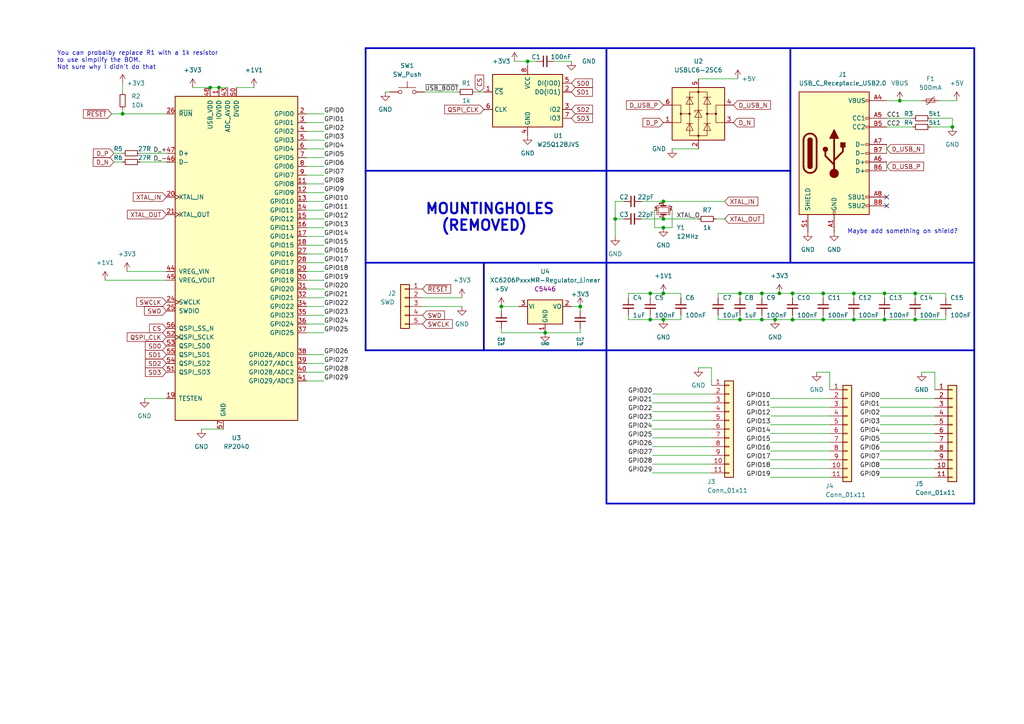
<source format=kicad_sch>
(kicad_sch (version 20211123) (generator eeschema)
  (paper "A4")
  (title_block (title "RP2040 - Design Guide") (date "2021-12-07") (rev "0.1") (company "Sleepdealer"))
  (lib_symbols
    (symbol "Connector:USB_C_Receptacle_USB2.0" (pin_names (offset 1.016))
      (property "Reference" "J" (at -10.16 19.05 0))
      (property "Value" "USB_C_Receptacle_USB2.0" (at 19.05 19.05 0))
      (symbol "USB_C_Receptacle_USB2.0_1_1"
        (pin passive line (at 0 -22.86 90) (length 5.08) (name "GND") (number "A1"))
        (pin passive line (at 0 -22.86 90) (length 5.08) hide (name "GND") (number "A12"))
        (pin passive line (at 15.24 15.24 180) (length 5.08) (name "VBUS") (number "A4"))
        (pin bidirectional line (at 15.24 10.16 180) (length 5.08) (name "CC1") (number "A5"))
        (pin bidirectional line (at 15.24 -2.54 180) (length 5.08) (name "D+") (number "A6"))
        (pin bidirectional line (at 15.24 2.54 180) (length 5.08) (name "D-") (number "A7"))
        (pin bidirectional line (at 15.24 -12.7 180) (length 5.08) (name "SBU1") (number "A8"))
        (pin passive line (at 15.24 15.24 180) (length 5.08) hide (name "VBUS") (number "A9"))
        (pin passive line (at 0 -22.86 90) (length 5.08) hide (name "GND") (number "B1"))
        (pin passive line (at 0 -22.86 90) (length 5.08) hide (name "GND") (number "B12"))
        (pin passive line (at 15.24 15.24 180) (length 5.08) hide (name "VBUS") (number "B4"))
        (pin bidirectional line (at 15.24 7.62 180) (length 5.08) (name "CC2") (number "B5"))
        (pin bidirectional line (at 15.24 -5.08 180) (length 5.08) (name "D+") (number "B6"))
        (pin bidirectional line (at 15.24 0 180) (length 5.08) (name "D-") (number "B7"))
        (pin bidirectional line (at 15.24 -15.24 180) (length 5.08) (name "SBU2") (number "B8"))
        (pin passive line (at 15.24 15.24 180) (length 5.08) hide (name "VBUS") (number "B9"))
        (pin passive line (at -7.62 -22.86 90) (length 5.08) (name "SHIELD") (number "S1"))
      )
    )
    (symbol "Connector_Generic:Conn_01x05" (pin_names (offset 1.016) hide)
      (property "Reference" "J" (at 0 7.62 0))
      (property "Value" "Conn_01x05" (at 0 -7.62 0))
      (symbol "Conn_01x05_1_1"
        (pin passive line (at -5.08 5.08 0) (length 3.81) (name "Pin_1") (number "1"))
        (pin passive line (at -5.08 2.54 0) (length 3.81) (name "Pin_2") (number "2"))
        (pin passive line (at -5.08 0 0) (length 3.81) (name "Pin_3") (number "3"))
        (pin passive line (at -5.08 -2.54 0) (length 3.81) (name "Pin_4") (number "4"))
        (pin passive line (at -5.08 -5.08 0) (length 3.81) (name "Pin_5") (number "5"))
      )
    )
    (symbol "Connector_Generic:Conn_01x11" (pin_names (offset 1.016) hide)
      (property "Reference" "J" (at 0 15.24 0))
      (property "Value" "Conn_01x11" (at 0 -15.24 0))
      (symbol "Conn_01x11_1_1"
        (pin passive line (at -5.08 12.7 0) (length 3.81) (name "Pin_1") (number "1"))
        (pin passive line (at -5.08 -10.16 0) (length 3.81) (name "Pin_10") (number "10"))
        (pin passive line (at -5.08 -12.7 0) (length 3.81) (name "Pin_11") (number "11"))
        (pin passive line (at -5.08 10.16 0) (length 3.81) (name "Pin_2") (number "2"))
        (pin passive line (at -5.08 7.62 0) (length 3.81) (name "Pin_3") (number "3"))
        (pin passive line (at -5.08 5.08 0) (length 3.81) (name "Pin_4") (number "4"))
        (pin passive line (at -5.08 2.54 0) (length 3.81) (name "Pin_5") (number "5"))
        (pin passive line (at -5.08 0 0) (length 3.81) (name "Pin_6") (number "6"))
        (pin passive line (at -5.08 -2.54 0) (length 3.81) (name "Pin_7") (number "7"))
        (pin passive line (at -5.08 -5.08 0) (length 3.81) (name "Pin_8") (number "8"))
        (pin passive line (at -5.08 -7.62 0) (length 3.81) (name "Pin_9") (number "9"))
      )
    )
    (symbol "Device:C_Small" (pin_numbers hide) (pin_names (offset 0.254) hide)
      (property "Reference" "C" (at 0.254 1.778 0))
      (property "Value" "C_Small" (at 0.254 -2.032 0))
      (symbol "C_Small_1_1"
        (pin passive line (at 0 2.54 270) (length 2.032) (name "~") (number "1"))
        (pin passive line (at 0 -2.54 90) (length 2.032) (name "~") (number "2"))
      )
    )
    (symbol "Device:Crystal_GND24_Small" (pin_names (offset 1.016) hide)
      (property "Reference" "Y" (at 1.27 4.445 0))
      (property "Value" "Crystal_GND24_Small" (at 1.27 2.54 0))
      (symbol "Crystal_GND24_Small_1_1"
        (pin passive line (at -2.54 0 0) (length 1.27) (name "1") (number "1"))
        (pin passive line (at 0 -2.54 90) (length 0.635) (name "2") (number "2"))
        (pin passive line (at 2.54 0 180) (length 1.27) (name "3") (number "3"))
        (pin passive line (at 0 2.54 270) (length 0.635) (name "4") (number "4"))
      )
    )
    (symbol "Device:Polyfuse_Small" (pin_numbers hide) (pin_names (offset 0))
      (property "Reference" "F" (at -1.905 0 90))
      (property "Value" "Polyfuse_Small" (at 1.905 0 90))
      (symbol "Polyfuse_Small_1_1"
        (pin passive line (at 0 2.54 270) (length 0.635) (name "~") (number "1"))
        (pin passive line (at 0 -2.54 90) (length 0.635) (name "~") (number "2"))
      )
    )
    (symbol "Device:R_Small" (pin_numbers hide) (pin_names (offset 0.254) hide)
      (property "Reference" "R" (at 0.762 0.508 0))
      (property "Value" "R_Small" (at 0.762 -1.016 0))
      (symbol "R_Small_1_1"
        (pin passive line (at 0 2.54 270) (length 0.762) (name "~") (number "1"))
        (pin passive line (at 0 -2.54 90) (length 0.762) (name "~") (number "2"))
      )
    )
    (symbol "Memory_Flash:W25Q128JVS"
      (property "Reference" "U" (at -8.89 8.89 0))
      (property "Value" "W25Q128JVS" (at 7.62 8.89 0))
      (symbol "W25Q128JVS_1_1"
        (pin input line (at -12.7 2.54 0) (length 2.54) (name "~{CS}") (number "1"))
        (pin bidirectional line (at 12.7 2.54 180) (length 2.54) (name "DO(IO1)") (number "2"))
        (pin bidirectional line (at 12.7 -2.54 180) (length 2.54) (name "IO2") (number "3"))
        (pin power_in line (at 0 -10.16 90) (length 2.54) (name "GND") (number "4"))
        (pin bidirectional line (at 12.7 5.08 180) (length 2.54) (name "DI(IO0)") (number "5"))
        (pin input line (at -12.7 -2.54 0) (length 2.54) (name "CLK") (number "6"))
        (pin bidirectional line (at 12.7 -5.08 180) (length 2.54) (name "IO3") (number "7"))
        (pin power_in line (at 0 10.16 270) (length 2.54) (name "VCC") (number "8"))
      )
    )
    (symbol "Power_Protection:USBLC6-2SC6" (pin_names hide)
      (property "Reference" "U" (at 2.54 8.89 0))
      (property "Value" "USBLC6-2SC6" (at 2.54 -8.89 0))
      (symbol "USBLC6-2SC6_1_1"
        (pin passive line (at -10.16 -2.54 0) (length 2.54) (name "I/O1") (number "1"))
        (pin passive line (at 0 -10.16 90) (length 2.54) (name "GND") (number "2"))
        (pin passive line (at 10.16 -2.54 180) (length 2.54) (name "I/O2") (number "3"))
        (pin passive line (at 10.16 2.54 180) (length 2.54) (name "I/O2") (number "4"))
        (pin passive line (at 0 10.16 270) (length 2.54) (name "VBUS") (number "5"))
        (pin passive line (at -10.16 2.54 0) (length 2.54) (name "I/O1") (number "6"))
      )
    )
    (symbol "Sleep-lib:RP2040" (pin_names (offset 1.016))
      (property "Reference" "U" (at 8.89 51.435 0))
      (property "Value" "RP2040" (at 8.89 48.895 0))
      (symbol "RP2040_1_1"
        (pin power_in line (at -5.08 50.8 270) (length 2.54) (name "IOVDD") (number "1"))
        (pin power_in line (at -5.08 50.8 270) (length 2.54) hide (name "IOVDD") (number "10"))
        (pin input line (at 20.32 22.86 180) (length 2.54) (name "GPIO8") (number "11"))
        (pin input line (at 20.32 20.32 180) (length 2.54) (name "GPIO9") (number "12"))
        (pin input line (at 20.32 17.78 180) (length 2.54) (name "GPIO10") (number "13"))
        (pin input line (at 20.32 15.24 180) (length 2.54) (name "GPIO11") (number "14"))
        (pin input line (at 20.32 12.7 180) (length 2.54) (name "GPIO12") (number "15"))
        (pin input line (at 20.32 10.16 180) (length 2.54) (name "GPIO13") (number "16"))
        (pin input line (at 20.32 7.62 180) (length 2.54) (name "GPIO14") (number "17"))
        (pin input line (at 20.32 5.08 180) (length 2.54) (name "GPIO15") (number "18"))
        (pin input line (at -20.32 -39.37 0) (length 2.54) (name "TESTEN") (number "19"))
        (pin input line (at 20.32 43.18 180) (length 2.54) (name "GPIO0") (number "2"))
        (pin input clock (at -20.32 19.05 0) (length 2.54) (name "XTAL_IN") (number "20"))
        (pin input clock (at -20.32 13.97 0) (length 2.54) (name "XTAL_OUT") (number "21"))
        (pin power_in line (at -5.08 50.8 270) (length 2.54) hide (name "IOVDD") (number "22"))
        (pin power_in line (at 0 50.8 270) (length 2.54) hide (name "DVDD") (number "23"))
        (pin input clock (at -20.32 -11.43 0) (length 2.54) (name "SWCLK") (number "24"))
        (pin bidirectional line (at -20.32 -13.97 0) (length 2.54) (name "SWDIO") (number "25"))
        (pin input line (at -20.32 43.18 0) (length 2.54) (name "~{RUN}") (number "26"))
        (pin input line (at 20.32 2.54 180) (length 2.54) (name "GPIO16") (number "27"))
        (pin input line (at 20.32 0 180) (length 2.54) (name "GPIO17") (number "28"))
        (pin input line (at 20.32 -2.54 180) (length 2.54) (name "GPIO18") (number "29"))
        (pin input line (at 20.32 40.64 180) (length 2.54) (name "GPIO1") (number "3"))
        (pin input line (at 20.32 -5.08 180) (length 2.54) (name "GPIO19") (number "30"))
        (pin input line (at 20.32 -7.62 180) (length 2.54) (name "GPIO20") (number "31"))
        (pin input line (at 20.32 -10.16 180) (length 2.54) (name "GPIO21") (number "32"))
        (pin power_in line (at -5.08 50.8 270) (length 2.54) hide (name "IOVDD") (number "33"))
        (pin input line (at 20.32 -12.7 180) (length 2.54) (name "GPIO22") (number "34"))
        (pin input line (at 20.32 -15.24 180) (length 2.54) (name "GPIO23") (number "35"))
        (pin input line (at 20.32 -17.78 180) (length 2.54) (name "GPIO24") (number "36"))
        (pin input line (at 20.32 -20.32 180) (length 2.54) (name "GPIO25") (number "37"))
        (pin input line (at 20.32 -26.67 180) (length 2.54) (name "GPIO26/ADC0") (number "38"))
        (pin input line (at 20.32 -29.21 180) (length 2.54) (name "GPIO27/ADC1") (number "39"))
        (pin input line (at 20.32 38.1 180) (length 2.54) (name "GPIO2") (number "4"))
        (pin input line (at 20.32 -31.75 180) (length 2.54) (name "GPIO28/ADC2") (number "40"))
        (pin input line (at 20.32 -34.29 180) (length 2.54) (name "GPIO29/ADC3") (number "41"))
        (pin power_in line (at -5.08 50.8 270) (length 2.54) hide (name "IOVDD") (number "42"))
        (pin power_in line (at -2.54 50.8 270) (length 2.54) (name "ADC_AVDD") (number "43"))
        (pin power_in line (at -20.32 -2.54 0) (length 2.54) (name "VREG_VIN") (number "44"))
        (pin power_out line (at -20.32 -5.08 0) (length 2.54) (name "VREG_VOUT") (number "45"))
        (pin bidirectional line (at -20.32 29.21 0) (length 2.54) (name "D-") (number "46"))
        (pin bidirectional line (at -20.32 31.75 0) (length 2.54) (name "D+") (number "47"))
        (pin power_in line (at -7.62 50.8 270) (length 2.54) (name "USB_VDD") (number "48"))
        (pin power_in line (at -5.08 50.8 270) (length 2.54) hide (name "IOVDD") (number "49"))
        (pin input line (at 20.32 35.56 180) (length 2.54) (name "GPIO3") (number "5"))
        (pin power_in line (at 0 50.8 270) (length 2.54) (name "DVDD") (number "50"))
        (pin bidirectional line (at -20.32 -31.75 0) (length 2.54) (name "QSPI_SD3") (number "51"))
        (pin input clock (at -20.32 -21.59 0) (length 2.54) (name "QSPI_SCLK") (number "52"))
        (pin bidirectional line (at -20.32 -24.13 0) (length 2.54) (name "QSPI_SD0") (number "53"))
        (pin bidirectional line (at -20.32 -29.21 0) (length 2.54) (name "QSPI_SD2") (number "54"))
        (pin bidirectional line (at -20.32 -26.67 0) (length 2.54) (name "QSPI_SD1") (number "55"))
        (pin bidirectional line (at -20.32 -19.05 0) (length 2.54) (name "QSPI_SS_N") (number "56"))
        (pin power_in line (at -3.81 -48.26 90) (length 2.54) (name "GND") (number "57"))
        (pin input line (at 20.32 33.02 180) (length 2.54) (name "GPIO4") (number "6"))
        (pin input line (at 20.32 30.48 180) (length 2.54) (name "GPIO5") (number "7"))
        (pin input line (at 20.32 27.94 180) (length 2.54) (name "GPIO6") (number "8"))
        (pin input line (at 20.32 25.4 180) (length 2.54) (name "GPIO7") (number "9"))
      )
    )
    (symbol "Switch:SW_Push" (pin_numbers hide) (pin_names (offset 1.016) hide)
      (property "Reference" "SW" (at 1.27 2.54 0))
      (property "Value" "SW_Push" (at 0 -1.524 0))
      (symbol "SW_Push_0_1"
        (pin passive line (at -5.08 0 0) (length 2.54) (name "1") (number "1"))
        (pin passive line (at 5.08 0 180) (length 2.54) (name "2") (number "2"))
      )
    )
    (symbol "kicad-keyboard-parts:XC6206PxxxMR-Regulator_Linear" (pin_names (offset 0.254))
      (property "Reference" "U" (at -3.81 3.175 0))
      (property "Value" "XC6206PxxxMR-Regulator_Linear" (at 0 3.175 0))
      (property "LCSC" "C5446" (at 0 0 0))
      (symbol "XC6206PxxxMR-Regulator_Linear_1_1"
        (pin power_in line (at 0 -7.62 90) (length 2.54) (name "GND") (number "1"))
        (pin power_out line (at 7.62 0 180) (length 2.54) (name "VO") (number "2"))
        (pin power_in line (at -7.62 0 0) (length 2.54) (name "VI") (number "3"))
      )
    )
    (symbol "power:+1V1" (power) (pin_names (offset 0))
      (property "Value" "+1V1" (at 0 3.556 0))
      (symbol "+1V1_1_1"
        (pin power_in line (at 0 0 90) (length 0) hide (name "+1V1") (number "1"))
      )
    )
    (symbol "power:+3.3V" (power) (pin_names (offset 0))
      (property "Value" "+3.3V" (at 0 3.556 0))
      (symbol "+3.3V_1_1"
        (pin power_in line (at 0 0 90) (length 0) hide (name "+3V3") (number "1"))
      )
    )
    (symbol "power:+3V3" (power) (pin_names (offset 0))
      (property "Value" "+3V3" (at 0 3.556 0))
      (symbol "+3V3_1_1"
        (pin power_in line (at 0 0 90) (length 0) hide (name "+3V3") (number "1"))
      )
    )
    (symbol "power:+5V" (power) (pin_names (offset 0))
      (property "Value" "+5V" (at 0 3.556 0))
      (symbol "+5V_1_1"
        (pin power_in line (at 0 0 90) (length 0) hide (name "+5V") (number "1"))
      )
    )
    (symbol "power:GND" (power) (pin_names (offset 0))
      (property "Value" "GND" (at 0 -3.81 0))
      (symbol "GND_1_1"
        (pin power_in line (at 0 0 270) (length 0) hide (name "GND") (number "1"))
      )
    )
    (symbol "power:VBUS" (power) (pin_names (offset 0))
      (property "Value" "VBUS" (at 0 3.81 0))
      (symbol "VBUS_1_1"
        (pin power_in line (at 0 0 90) (length 0) hide (name "VBUS") (number "1"))
      )
    )
  )
  (junction (at 192.405 66.04))
  (junction (at 192.405 63.5))
  (junction (at 63.5 25.4))
  (junction (at 224.79 92.71))
  (junction (at 220.98 92.71))
  (junction (at 238.76 92.71))
  (junction (at 238.76 85.09))
  (junction (at 247.65 92.71))
  (junction (at 35.56 33.02))
  (junction (at 256.54 85.09))
  (junction (at 247.65 85.09))
  (junction (at 256.54 92.71))
  (junction (at 153.035 17.78))
  (junction (at 214.63 85.09))
  (junction (at 276.225 36.83))
  (junction (at 220.98 85.09))
  (junction (at 188.595 85.09))
  (junction (at 178.435 63.5))
  (junction (at 168.275 88.9) (diameter 0.9144))
  (junction (at 226.06 85.09))
  (junction (at 260.985 29.21))
  (junction (at 214.63 92.71))
  (junction (at 229.87 85.09))
  (junction (at 60.96 25.4))
  (junction (at 229.87 92.71))
  (junction (at 265.43 92.71))
  (junction (at 188.595 92.71))
  (junction (at 158.115 96.52) (diameter 0.9144))
  (junction (at 265.43 85.09))
  (junction (at 192.405 85.09))
  (junction (at 192.405 58.42))
  (junction (at 192.405 92.71))
  (junction (at 145.415 88.9) (diameter 0.9144))
  (no_connect (at 257.175 59.69))
  (no_connect (at 257.175 57.15))
  (wire (pts (xy 93.98 83.82) (xy 88.9 83.82)))
  (wire (pts (xy 229.87 85.09) (xy 238.76 85.09)))
  (wire (pts (xy 238.76 85.09) (xy 238.76 86.36)))
  (wire (pts (xy 33.02 46.99) (xy 35.56 46.99)))
  (polyline (pts (xy 175.895 13.97) (xy 229.235 13.97)) (stroke (width 0.5) (type solid)))
  (wire (pts (xy 255.27 120.65) (xy 271.145 120.65)))
  (wire (pts (xy 88.9 81.28) (xy 93.98 81.28)))
  (wire (pts (xy 189.23 114.3) (xy 206.375 114.3)))
  (wire (pts (xy 186.055 63.5) (xy 192.405 63.5)))
  (wire (pts (xy 192.405 63.5) (xy 202.565 63.5)))
  (wire (pts (xy 207.645 63.5) (xy 210.185 63.5)))
  (wire (pts (xy 214.63 91.44) (xy 214.63 92.71)))
  (wire (pts (xy 189.23 124.46) (xy 206.375 124.46)))
  (wire (pts (xy 256.54 85.09) (xy 265.43 85.09)))
  (wire (pts (xy 265.43 85.09) (xy 265.43 86.36)))
  (wire (pts (xy 247.65 85.09) (xy 256.54 85.09)))
  (wire (pts (xy 238.76 85.09) (xy 247.65 85.09)))
  (wire (pts (xy 88.9 50.8) (xy 93.98 50.8)))
  (wire (pts (xy 178.435 63.5) (xy 178.435 68.58)))
  (wire (pts (xy 255.27 138.43) (xy 271.145 138.43)))
  (wire (pts (xy 255.27 125.73) (xy 271.145 125.73)))
  (wire (pts (xy 272.415 29.21) (xy 277.495 29.21)))
  (wire (pts (xy 93.98 107.95) (xy 88.9 107.95)))
  (wire (pts (xy 223.52 118.11) (xy 240.665 118.11)))
  (wire (pts (xy 93.98 88.9) (xy 88.9 88.9)))
  (wire (pts (xy 189.23 132.08) (xy 206.375 132.08)))
  (wire (pts (xy 145.415 88.9) (xy 150.495 88.9)))
  (wire (pts (xy 40.64 44.45) (xy 48.26 44.45)))
  (wire (pts (xy 189.23 119.38) (xy 206.375 119.38)))
  (wire (pts (xy 223.52 115.57) (xy 240.665 115.57)))
  (wire (pts (xy 206.375 111.76) (xy 206.375 106.68)))
  (wire (pts (xy 255.27 128.27) (xy 271.145 128.27)))
  (wire (pts (xy 257.175 34.29) (xy 264.795 34.29)))
  (wire (pts (xy 145.415 95.25) (xy 145.415 96.52)))
  (wire (pts (xy 202.565 106.68) (xy 206.375 106.68)))
  (wire (pts (xy 236.855 107.95) (xy 240.665 107.95)))
  (polyline (pts (xy 282.575 146.05) (xy 282.575 101.6)) (stroke (width 0.5) (type solid)))
  (wire (pts (xy 223.52 133.35) (xy 240.665 133.35)))
  (wire (pts (xy 189.865 60.96) (xy 189.865 66.04)))
  (wire (pts (xy 189.865 66.04) (xy 192.405 66.04)))
  (wire (pts (xy 133.985 88.9) (xy 122.555 88.9)))
  (wire (pts (xy 68.58 25.4) (xy 73.66 25.4)))
  (wire (pts (xy 93.98 110.49) (xy 88.9 110.49)))
  (wire (pts (xy 188.595 91.44) (xy 188.595 92.71)))
  (wire (pts (xy 33.02 44.45) (xy 35.56 44.45)))
  (wire (pts (xy 122.555 86.36) (xy 133.985 86.36)))
  (polyline (pts (xy 282.575 101.6) (xy 282.575 76.2)) (stroke (width 0.5) (type solid)))
  (wire (pts (xy 60.96 25.4) (xy 63.5 25.4)))
  (wire (pts (xy 55.88 25.4) (xy 60.96 25.4)))
  (wire (pts (xy 63.5 25.4) (xy 66.04 25.4)))
  (wire (pts (xy 208.28 85.09) (xy 214.63 85.09)))
  (wire (pts (xy 194.945 66.04) (xy 192.405 66.04)))
  (wire (pts (xy 194.945 60.96) (xy 194.945 66.04)))
  (wire (pts (xy 223.52 138.43) (xy 240.665 138.43)))
  (wire (pts (xy 189.23 134.62) (xy 206.375 134.62)))
  (polyline (pts (xy 175.895 49.53) (xy 229.235 49.53)) (stroke (width 0.5) (type solid)))
  (wire (pts (xy 88.9 66.04) (xy 93.98 66.04)))
  (wire (pts (xy 178.435 63.5) (xy 180.975 63.5)))
  (wire (pts (xy 180.975 58.42) (xy 178.435 58.42)))
  (wire (pts (xy 178.435 58.42) (xy 178.435 63.5)))
  (wire (pts (xy 269.875 34.29) (xy 276.225 34.29)))
  (wire (pts (xy 276.225 34.29) (xy 276.225 36.83)))
  (wire (pts (xy 88.9 38.1) (xy 93.98 38.1)))
  (wire (pts (xy 214.63 85.09) (xy 214.63 86.36)))
  (wire (pts (xy 189.23 116.84) (xy 206.375 116.84)))
  (wire (pts (xy 58.42 124.46) (xy 64.77 124.46)))
  (wire (pts (xy 223.52 125.73) (xy 240.665 125.73)))
  (wire (pts (xy 36.83 78.74) (xy 48.26 78.74)))
  (wire (pts (xy 88.9 43.18) (xy 93.98 43.18)))
  (wire (pts (xy 158.115 96.52) (xy 145.415 96.52)))
  (wire (pts (xy 88.9 73.66) (xy 93.98 73.66)))
  (wire (pts (xy 41.91 115.57) (xy 48.26 115.57)))
  (wire (pts (xy 229.87 92.71) (xy 238.76 92.71)))
  (wire (pts (xy 238.76 92.71) (xy 238.76 91.44)))
  (wire (pts (xy 149.225 17.78) (xy 153.035 17.78)))
  (wire (pts (xy 255.27 123.19) (xy 271.145 123.19)))
  (wire (pts (xy 160.655 17.78) (xy 165.735 17.78)))
  (wire (pts (xy 223.52 130.81) (xy 240.665 130.81)))
  (wire (pts (xy 240.665 113.03) (xy 240.665 107.95)))
  (polyline (pts (xy 175.895 146.05) (xy 175.895 101.6)) (stroke (width 0.5) (type solid)))
  (wire (pts (xy 247.65 85.09) (xy 247.65 86.36)))
  (wire (pts (xy 93.98 91.44) (xy 88.9 91.44)))
  (wire (pts (xy 88.9 78.74) (xy 93.98 78.74)))
  (wire (pts (xy 111.76 26.67) (xy 113.03 26.67)))
  (wire (pts (xy 247.65 91.44) (xy 247.65 92.71)))
  (polyline (pts (xy 175.895 146.05) (xy 282.575 146.05)) (stroke (width 0.5) (type solid)))
  (polyline (pts (xy 140.335 101.6) (xy 140.335 76.2)) (stroke (width 0.5) (type solid)))
  (wire (pts (xy 220.98 91.44) (xy 220.98 92.71)))
  (polyline (pts (xy 175.895 101.6) (xy 175.895 76.2)) (stroke (width 0.5) (type solid)))
  (wire (pts (xy 88.9 63.5) (xy 93.98 63.5)))
  (wire (pts (xy 192.405 92.71) (xy 197.485 92.71)))
  (wire (pts (xy 197.485 92.71) (xy 197.485 91.44)))
  (wire (pts (xy 265.43 85.09) (xy 274.32 85.09)))
  (wire (pts (xy 274.32 85.09) (xy 274.32 86.36)))
  (wire (pts (xy 255.27 118.11) (xy 271.145 118.11)))
  (polyline (pts (xy 106.045 76.2) (xy 106.045 13.97)) (stroke (width 0.5) (type solid)))
  (wire (pts (xy 189.23 121.92) (xy 206.375 121.92)))
  (wire (pts (xy 88.9 33.02) (xy 93.98 33.02)))
  (wire (pts (xy 93.98 102.87) (xy 88.9 102.87)))
  (wire (pts (xy 267.335 107.95) (xy 271.145 107.95)))
  (wire (pts (xy 88.9 40.64) (xy 93.98 40.64)))
  (polyline (pts (xy 106.045 101.6) (xy 175.895 101.6)) (stroke (width 0.5) (type solid)))
  (wire (pts (xy 168.275 88.9) (xy 168.275 90.17)))
  (wire (pts (xy 220.98 85.09) (xy 214.63 85.09)))
  (wire (pts (xy 220.98 85.09) (xy 220.98 86.36)))
  (wire (pts (xy 214.63 92.71) (xy 220.98 92.71)))
  (polyline (pts (xy 106.045 101.6) (xy 106.045 76.2)) (stroke (width 0.5) (type solid)))
  (wire (pts (xy 229.87 92.71) (xy 229.87 91.44)))
  (wire (pts (xy 255.27 135.89) (xy 271.145 135.89)))
  (wire (pts (xy 256.54 85.09) (xy 256.54 86.36)))
  (wire (pts (xy 189.23 129.54) (xy 206.375 129.54)))
  (wire (pts (xy 229.87 85.09) (xy 229.87 86.36)))
  (polyline (pts (xy 106.045 49.53) (xy 175.895 49.53)) (stroke (width 0.5) (type solid)))
  (wire (pts (xy 153.035 17.78) (xy 153.035 19.05)))
  (wire (pts (xy 256.54 92.71) (xy 265.43 92.71)))
  (wire (pts (xy 247.65 92.71) (xy 256.54 92.71)))
  (wire (pts (xy 265.43 92.71) (xy 265.43 91.44)))
  (wire (pts (xy 238.76 92.71) (xy 247.65 92.71)))
  (wire (pts (xy 88.9 48.26) (xy 93.98 48.26)))
  (wire (pts (xy 255.27 133.35) (xy 271.145 133.35)))
  (wire (pts (xy 257.175 41.91) (xy 257.175 44.45)))
  (wire (pts (xy 35.56 31.75) (xy 35.56 33.02)))
  (wire (pts (xy 192.405 85.09) (xy 197.485 85.09)))
  (wire (pts (xy 197.485 85.09) (xy 197.485 86.36)))
  (wire (pts (xy 256.54 91.44) (xy 256.54 92.71)))
  (polyline (pts (xy 175.895 76.2) (xy 229.235 76.2)) (stroke (width 0.5) (type solid)))
  (wire (pts (xy 182.245 92.71) (xy 188.595 92.71)))
  (wire (pts (xy 182.245 91.44) (xy 182.245 92.71)))
  (wire (pts (xy 188.595 85.09) (xy 188.595 86.36)))
  (wire (pts (xy 48.26 81.28) (xy 30.48 81.28)))
  (wire (pts (xy 208.28 91.44) (xy 208.28 92.71)))
  (wire (pts (xy 208.28 92.71) (xy 214.63 92.71)))
  (wire (pts (xy 93.98 105.41) (xy 88.9 105.41)))
  (wire (pts (xy 88.9 76.2) (xy 93.98 76.2)))
  (wire (pts (xy 168.275 95.25) (xy 168.275 96.52)))
  (wire (pts (xy 158.115 96.52) (xy 168.275 96.52)))
  (wire (pts (xy 255.27 130.81) (xy 271.145 130.81)))
  (wire (pts (xy 88.9 68.58) (xy 93.98 68.58)))
  (wire (pts (xy 194.945 43.18) (xy 202.565 43.18)))
  (wire (pts (xy 257.175 46.99) (xy 257.175 49.53)))
  (wire (pts (xy 220.98 92.71) (xy 224.79 92.71)))
  (polyline (pts (xy 106.045 76.2) (xy 175.895 76.2)) (stroke (width 0.5) (type solid)))
  (wire (pts (xy 88.9 45.72) (xy 93.98 45.72)))
  (wire (pts (xy 274.32 92.71) (xy 274.32 91.44)))
  (wire (pts (xy 265.43 92.71) (xy 274.32 92.71)))
  (wire (pts (xy 223.52 120.65) (xy 240.665 120.65)))
  (wire (pts (xy 257.175 29.21) (xy 260.985 29.21)))
  (wire (pts (xy 260.985 29.21) (xy 267.335 29.21)))
  (wire (pts (xy 88.9 71.12) (xy 93.98 71.12)))
  (polyline (pts (xy 229.235 13.97) (xy 229.235 76.2)) (stroke (width 0.5) (type solid)))
  (polyline (pts (xy 229.235 76.2) (xy 282.575 76.2)) (stroke (width 0.5) (type solid)))
  (polyline (pts (xy 229.235 13.97) (xy 282.575 13.97)) (stroke (width 0.5) (type solid)))
  (polyline (pts (xy 282.575 76.2) (xy 282.575 13.97)) (stroke (width 0.5) (type solid)))
  (wire (pts (xy 32.385 33.02) (xy 35.56 33.02)))
  (wire (pts (xy 35.56 33.02) (xy 48.26 33.02)))
  (wire (pts (xy 123.19 26.67) (xy 132.715 26.67)))
  (wire (pts (xy 137.795 26.67) (xy 140.335 26.67)))
  (wire (pts (xy 257.175 36.83) (xy 264.795 36.83)))
  (polyline (pts (xy 175.895 76.2) (xy 175.895 13.97)) (stroke (width 0.5) (type solid)))
  (polyline (pts (xy 175.895 101.6) (xy 282.575 101.6)) (stroke (width 0.5) (type solid)))
  (wire (pts (xy 153.035 17.78) (xy 155.575 17.78)))
  (wire (pts (xy 189.23 127) (xy 206.375 127)))
  (polyline (pts (xy 106.045 13.97) (xy 175.895 13.97)) (stroke (width 0.5) (type solid)))
  (wire (pts (xy 269.875 36.83) (xy 276.225 36.83)))
  (wire (pts (xy 93.98 86.36) (xy 88.9 86.36)))
  (wire (pts (xy 145.415 88.9) (xy 145.415 90.17)))
  (wire (pts (xy 165.735 88.9) (xy 168.275 88.9)))
  (wire (pts (xy 271.145 113.03) (xy 271.145 107.95)))
  (wire (pts (xy 186.055 58.42) (xy 192.405 58.42)))
  (wire (pts (xy 223.52 123.19) (xy 240.665 123.19)))
  (wire (pts (xy 88.9 58.42) (xy 93.98 58.42)))
  (wire (pts (xy 188.595 92.71) (xy 192.405 92.71)))
  (wire (pts (xy 188.595 85.09) (xy 182.245 85.09)))
  (wire (pts (xy 192.405 85.09) (xy 188.595 85.09)))
  (wire (pts (xy 182.245 85.09) (xy 182.245 86.36)))
  (wire (pts (xy 88.9 35.56) (xy 93.98 35.56)))
  (wire (pts (xy 223.52 135.89) (xy 240.665 135.89)))
  (wire (pts (xy 255.27 115.57) (xy 271.145 115.57)))
  (wire (pts (xy 93.98 96.52) (xy 88.9 96.52)))
  (wire (pts (xy 208.28 86.36) (xy 208.28 85.09)))
  (wire (pts (xy 223.52 128.27) (xy 240.665 128.27)))
  (wire (pts (xy 88.9 60.96) (xy 93.98 60.96)))
  (wire (pts (xy 220.98 85.09) (xy 226.06 85.09)))
  (wire (pts (xy 226.06 85.09) (xy 229.87 85.09)))
  (wire (pts (xy 88.9 55.88) (xy 93.98 55.88)))
  (wire (pts (xy 93.98 93.98) (xy 88.9 93.98)))
  (wire (pts (xy 224.79 92.71) (xy 229.87 92.71)))
  (wire (pts (xy 40.64 46.99) (xy 48.26 46.99)))
  (wire (pts (xy 192.405 58.42) (xy 210.185 58.42)))
  (wire (pts (xy 202.565 22.86) (xy 213.995 22.86)))
  (wire (pts (xy 88.9 53.34) (xy 93.98 53.34)))
  (wire (pts (xy 35.56 24.13) (xy 35.56 26.67)))
  (wire (pts (xy 189.23 137.16) (xy 206.375 137.16)))
  (text "You can probalby replace R1 with a 1k resistor\nto use simplify the BOM.\nNot sure why I didn't do that" (at 16.51 20.32 0) (effects (font (size 1.27 1.27)) (justify left bottom)))
  (text "MOUNTINGHOLES\n  (REMOVED)" (at 123.19 67.31 0) (effects (font (size 3 3) (thickness 0.6) bold) (justify left bottom)))
  (text "Maybe add something on shield?" (at 245.745 67.945 0) (effects (font (size 1.27 1.27)) (justify left bottom)))
  (label "GPIO28" (at 93.98 107.95 0))
  (label "GPIO21" (at 189.23 116.84 180))
  (label "GPIO18" (at 93.98 78.74 0))
  (label "GPIO5" (at 93.98 45.72 0))
  (label "GPIO12" (at 223.52 120.65 180))
  (label "CC1" (at 257.175 34.29 0))
  (label "GPIO26" (at 189.23 129.54 180))
  (label "GPIO2" (at 255.27 120.65 180))
  (label "GPIO8" (at 93.98 53.34 0))
  (label "GPIO20" (at 93.98 83.82 0))
  (label "GPIO19" (at 223.52 138.43 180))
  (label "GPIO24" (at 189.23 124.46 180))
  (label "GPIO28" (at 189.23 134.62 180))
  (label "GPIO25" (at 93.98 96.52 0))
  (label "GPIO5" (at 255.27 128.27 180))
  (label "GPIO23" (at 189.23 121.92 180))
  (label "GPIO7" (at 255.27 133.35 180))
  (label "GPIO22" (at 189.23 119.38 180))
  (label "GPIO13" (at 223.52 123.19 180))
  (label "GPIO12" (at 93.98 63.5 0))
  (label "GPIO4" (at 93.98 43.18 0))
  (label "GPIO11" (at 93.98 60.96 0))
  (label "GPIO2" (at 93.98 38.1 0))
  (label "GPIO9" (at 93.98 55.88 0))
  (label "GPIO8" (at 255.27 135.89 180))
  (label "GPIO17" (at 93.98 76.2 0))
  (label "GPIO18" (at 223.52 135.89 180))
  (label "GPIO6" (at 255.27 130.81 180))
  (label "GPIO27" (at 189.23 132.08 180))
  (label "XTAL_O" (at 196.215 63.5 0))
  (label "GPIO3" (at 93.98 40.64 0))
  (label "GPIO25" (at 189.23 127 180))
  (label "GPIO29" (at 93.98 110.49 0))
  (label "GPIO13" (at 93.98 66.04 0))
  (label "GPIO15" (at 93.98 71.12 0))
  (label "GPIO1" (at 255.27 118.11 180))
  (label "D_-" (at 44.45 46.99 0))
  (label "GPIO21" (at 93.98 86.36 0))
  (label "GPIO20" (at 189.23 114.3 180))
  (label "GPIO27" (at 93.98 105.41 0))
  (label "GPIO22" (at 93.98 88.9 0))
  (label "GPIO26" (at 93.98 102.87 0))
  (label "GPIO7" (at 93.98 50.8 0))
  (label "CC2" (at 257.175 36.83 0))
  (label "D_+" (at 44.45 44.45 0))
  (label "GPIO29" (at 189.23 137.16 180))
  (label "GPIO4" (at 255.27 125.73 180))
  (label "~{USB_BOOT}" (at 123.19 26.67 0))
  (label "GPIO0" (at 255.27 115.57 180))
  (label "GPIO23" (at 93.98 91.44 0))
  (label "GPIO15" (at 223.52 128.27 180))
  (label "GPIO6" (at 93.98 48.26 0))
  (label "GPIO14" (at 223.52 125.73 180))
  (label "GPIO19" (at 93.98 81.28 0))
  (label "GPIO16" (at 93.98 73.66 0))
  (label "GPIO16" (at 223.52 130.81 180))
  (label "GPIO24" (at 93.98 93.98 0))
  (label "GPIO9" (at 255.27 138.43 180))
  (label "GPIO3" (at 255.27 123.19 180))
  (label "GPIO10" (at 223.52 115.57 180))
  (label "GPIO11" (at 223.52 118.11 180))
  (label "GPIO0" (at 93.98 33.02 0))
  (label "GPIO17" (at 223.52 133.35 180))
  (label "GPIO14" (at 93.98 68.58 0))
  (label "GPIO1" (at 93.98 35.56 0))
  (label "GPIO10" (at 93.98 58.42 0))
  (global_label "SWCLK" (shape input) (at 48.26 87.63 180) (property "Intersheet References" "${INTERSHEET_REFS}" (effects hide)))
  (global_label "QSPI_CLK" (shape input) (at 140.335 31.75 180) (property "Intersheet References" "${INTERSHEET_REFS}" (effects hide)))
  (global_label "SD0" (shape input) (at 48.26 100.33 180) (property "Intersheet References" "${INTERSHEET_REFS}" (effects hide)))
  (global_label "XTAL_IN" (shape input) (at 48.26 57.15 180) (property "Intersheet References" "${INTERSHEET_REFS}" (effects hide)))
  (global_label "D_P" (shape input) (at 33.02 44.45 180) (property "Intersheet References" "${INTERSHEET_REFS}" (effects hide)))
  (global_label "SWCLK" (shape input) (at 122.555 93.98 0) (property "Intersheet References" "${INTERSHEET_REFS}" (effects hide)))
  (global_label "D_N" (shape input) (at 33.02 46.99 180) (property "Intersheet References" "${INTERSHEET_REFS}" (effects hide)))
  (global_label "D_USB_N" (shape input) (at 212.725 30.48 0) (property "Intersheet References" "${INTERSHEET_REFS}" (effects hide)))
  (global_label "XTAL_IN" (shape input) (at 210.185 58.42 0) (property "Intersheet References" "${INTERSHEET_REFS}" (effects hide)))
  (global_label "XTAL_OUT" (shape input) (at 48.26 62.23 180) (property "Intersheet References" "${INTERSHEET_REFS}" (effects hide)))
  (global_label "D_USB_P" (shape input) (at 257.175 48.26 0) (property "Intersheet References" "${INTERSHEET_REFS}" (effects hide)))
  (global_label "SD1" (shape input) (at 48.26 102.87 180) (property "Intersheet References" "${INTERSHEET_REFS}" (effects hide)))
  (global_label "XTAL_OUT" (shape input) (at 210.185 63.5 0) (property "Intersheet References" "${INTERSHEET_REFS}" (effects hide)))
  (global_label "CS" (shape input) (at 139.065 26.67 90) (property "Intersheet References" "${INTERSHEET_REFS}" (effects hide)))
  (global_label "D_N" (shape input) (at 212.725 35.56 0) (property "Intersheet References" "${INTERSHEET_REFS}" (effects hide)))
  (global_label "D_P" (shape input) (at 192.405 35.56 180) (property "Intersheet References" "${INTERSHEET_REFS}" (effects hide)))
  (global_label "CS" (shape input) (at 48.26 95.25 180) (property "Intersheet References" "${INTERSHEET_REFS}" (effects hide)))
  (global_label "SWD" (shape input) (at 48.26 90.17 180) (property "Intersheet References" "${INTERSHEET_REFS}" (effects hide)))
  (global_label "SD1" (shape input) (at 165.735 26.67 0) (property "Intersheet References" "${INTERSHEET_REFS}" (effects hide)))
  (global_label "SD3" (shape input) (at 48.26 107.95 180) (property "Intersheet References" "${INTERSHEET_REFS}" (effects hide)))
  (global_label "~{RESET}" (shape input) (at 122.555 83.82 0) (property "Intersheet References" "${INTERSHEET_REFS}" (effects hide)))
  (global_label "D_USB_P" (shape input) (at 192.405 30.48 180) (property "Intersheet References" "${INTERSHEET_REFS}" (effects hide)))
  (global_label "D_USB_N" (shape input) (at 257.175 43.18 0) (property "Intersheet References" "${INTERSHEET_REFS}" (effects hide)))
  (global_label "QSPI_CLK" (shape input) (at 48.26 97.79 180) (property "Intersheet References" "${INTERSHEET_REFS}" (effects hide)))
  (global_label "SD2" (shape input) (at 48.26 105.41 180) (property "Intersheet References" "${INTERSHEET_REFS}" (effects hide)))
  (global_label "SD2" (shape input) (at 165.735 31.75 0) (property "Intersheet References" "${INTERSHEET_REFS}" (effects hide)))
  (global_label "SD3" (shape input) (at 165.735 34.29 0) (property "Intersheet References" "${INTERSHEET_REFS}" (effects hide)))
  (global_label "SWD" (shape input) (at 122.555 91.44 0) (property "Intersheet References" "${INTERSHEET_REFS}" (effects hide)))
  (global_label "SD0" (shape input) (at 165.735 24.13 0) (property "Intersheet References" "${INTERSHEET_REFS}" (effects hide)))
  (global_label "~{RESET}" (shape input) (at 32.385 33.02 180) (property "Intersheet References" "${INTERSHEET_REFS}" (effects hide)))
  (symbol (lib_id "Device:R_Small") (at 267.335 36.83 90) (unit 1)
    (property "Reference" "R4" (at 263.525 35.56 90))
    (property "Value" "5k1" (at 271.145 35.56 90))
    (property "Footprint" "Resistor_SMD:R_0402_1005Metric" (effects hide))
    (property "LCSC" "C25905" (effects hide))
  )
  (symbol (lib_id "power:VBUS") (at 260.985 29.21 0) (unit 1)
    (property "Reference" "#PWR08" (effects hide))
    (property "Value" "VBUS" (at 260.985 24.13 0))
  )
  (symbol (lib_id "Device:C_Small") (at 247.65 88.9 0) (unit 1)
    (property "Reference" "C12" (at 248.92 86.3599 0) (effects (justify left)))
    (property "Value" "100nF" (at 248.92 91.4399 0) (effects (justify left)))
    (property "Footprint" "Capacitor_SMD:C_0402_1005Metric" (effects hide))
    (property "LCSC" "C1525" (effects hide))
  )
  (symbol (lib_id "power:GND") (at 234.315 67.31 0) (unit 1)
    (property "Reference" "#PWR014" (effects hide))
    (property "Value" "GND" (at 234.315 72.39 0))
  )
  (symbol (lib_id "power:+3V3") (at 149.225 17.78 0) (unit 1)
    (property "Reference" "#PWR01" (effects hide))
    (property "Value" "+3V3" (at 145.415 17.78 0))
  )
  (symbol (lib_id "Sleep-lib:RP2040") (at 68.58 76.2 0) (unit 1)
    (property "Reference" "U3" (at 68.58 127 0))
    (property "Value" "RP2040" (at 68.58 129.54 0))
    (property "Footprint" "Sleep-Lib:RP2040-QFN-56" (effects hide))
    (property "Datasheet" "https://datasheets.raspberrypi.com/rp2040/rp2040-datasheet.pdf" (effects hide))
    (property "LCSC" "C2040" (effects hide))
  )
  (symbol (lib_id "Device:Polyfuse_Small") (at 269.875 29.21 90) (unit 1)
    (property "Reference" "F1" (at 269.875 22.86 90))
    (property "Value" "500mA" (at 269.875 25.4 90))
    (property "Footprint" "Fuse:Fuse_1206_3216Metric" (effects hide))
    (property "LCSC" "C70076" (effects hide))
  )
  (symbol (lib_id "power:+5V") (at 277.495 29.21 0) (unit 1)
    (property "Reference" "#PWR09" (effects hide))
    (property "Value" "+5V" (at 277.495 24.13 0))
  )
  (symbol (lib_id "power:GND") (at 267.335 107.95 0) (unit 1)
    (property "Reference" "#PWR030" (effects hide))
    (property "Value" "GND" (at 267.335 113.03 0))
  )
  (symbol (lib_id "power:GND") (at 224.79 92.71 0) (unit 1)
    (property "Reference" "#PWR026" (effects hide))
    (property "Value" "GND" (at 224.79 97.79 0))
  )
  (symbol (lib_id "Device:C_Small") (at 208.28 88.9 0) (unit 1)
    (property "Reference" "C7" (at 209.55 86.3599 0) (effects (justify left)))
    (property "Value" "10uF" (at 209.55 91.4399 0) (effects (justify left)))
    (property "Footprint" "Capacitor_SMD:C_0402_1005Metric" (effects hide))
    (property "LCSC" "C15525" (effects hide))
  )
  (symbol (lib_id "power:GND") (at 202.565 106.68 0) (unit 1)
    (property "Reference" "#PWR028" (effects hide))
    (property "Value" "GND" (at 202.565 111.76 0))
  )
  (symbol (lib_id "power:+3V3") (at 133.985 86.36 0) (unit 1)
    (property "Reference" "#PWR021" (effects hide))
    (property "Value" "+3V3" (at 133.985 81.28 0))
  )
  (symbol (lib_id "power:GND") (at 192.405 66.04 0) (unit 1)
    (property "Reference" "#PWR013" (effects hide))
    (property "Value" "GND" (at 192.405 71.12 0))
  )
  (symbol (lib_id "Device:C_Small") (at 274.32 88.9 0) (unit 1)
    (property "Reference" "C15" (at 275.59 86.3599 0) (effects (justify left)))
    (property "Value" "100nF" (at 275.59 91.4399 0) (effects (justify left)))
    (property "Footprint" "Capacitor_SMD:C_0402_1005Metric" (effects hide))
    (property "LCSC" "C1525" (effects hide))
  )
  (symbol (lib_id "power:GND") (at 58.42 124.46 0) (unit 1)
    (property "Reference" "#PWR032" (effects hide))
    (property "Value" "GND" (at 58.42 129.54 0))
  )
  (symbol (lib_id "power:GND") (at 153.035 39.37 0) (unit 1)
    (property "Reference" "#PWR011" (effects hide))
    (property "Value" "GND" (at 153.035 44.45 0))
  )
  (symbol (lib_id "Switch:SW_Push") (at 118.11 26.67 0) (unit 1) (in_bom no)
    (property "Reference" "SW1" (at 118.11 19.05 0))
    (property "Value" "SW_Push" (at 118.11 21.59 0))
    (property "Footprint" "Connector_PinSocket_2.54mm:PinSocket_1x02_P2.54mm_Vertical" (effects hide))
  )
  (symbol (lib_id "Device:C_Small") (at 182.245 88.9 0) (unit 1)
    (property "Reference" "C4" (at 183.515 86.3599 0) (effects (justify left)))
    (property "Value" "1uF" (at 183.515 91.4399 0) (effects (justify left)))
    (property "Footprint" "Capacitor_SMD:C_0402_1005Metric" (effects hide))
    (property "LCSC" "C52923" (effects hide))
  )
  (symbol (lib_id "power:+3V3") (at 36.83 78.74 0) (unit 1)
    (property "Reference" "#PWR017" (effects hide))
    (property "Value" "+3V3" (at 36.83 73.66 0))
  )
  (symbol (lib_id "power:GND") (at 158.115 96.52 0) (unit 1)
    (property "Reference" "#PWR027" (effects hide))
    (property "Value" "GND" (at 158.115 99.695 0) (effects (font (size 0.762 0.762))))
  )
  (symbol (lib_id "Device:C_Small") (at 158.115 17.78 90) (unit 1)
    (property "Reference" "C1" (at 156.8449 16.51 90) (effects (justify left)))
    (property "Value" "100nF" (at 165.7349 16.51 90) (effects (justify left)))
    (property "Footprint" "Capacitor_SMD:C_0402_1005Metric" (effects hide))
    (property "LCSC" "C1525" (effects hide))
  )
  (symbol (lib_id "Device:R_Small") (at 35.56 29.21 0) (unit 1)
    (property "Reference" "R2" (at 38.1 27.9399 0) (effects (justify left)))
    (property "Value" "10k" (at 38.1 30.4799 0) (effects (justify left)))
    (property "Footprint" "Resistor_SMD:R_0402_1005Metric" (effects hide))
    (property "LCSC" "C25744" (effects hide))
  )
  (symbol (lib_id "Device:C_Small") (at 183.515 63.5 90) (unit 1)
    (property "Reference" "C3" (at 180.975 62.23 90))
    (property "Value" "22pF" (at 187.325 62.23 90))
    (property "Footprint" "Capacitor_SMD:C_0402_1005Metric" (effects hide))
    (property "LCSC" "C1555" (effects hide))
  )
  (symbol (lib_id "Power_Protection:USBLC6-2SC6") (at 202.565 33.02 0) (unit 1)
    (property "Reference" "U2" (at 202.565 17.78 0))
    (property "Value" "USBLC6-2SC6" (at 202.565 20.32 0))
    (property "Footprint" "Package_TO_SOT_SMD:SOT-23-6" (effects hide))
    (property "Datasheet" "https://www.st.com/resource/en/datasheet/usblc6-2.pdf" (effects hide))
    (property "LCSC" "C2827654" (effects hide))
  )
  (symbol (lib_id "power:+3V3") (at 35.56 24.13 0) (unit 1)
    (property "Reference" "#PWR04" (effects hide))
    (property "Value" "+3V3" (at 39.37 24.13 0))
  )
  (symbol (lib_id "Device:C_Small") (at 168.275 92.71 180) (unit 1)
    (property "Reference" "C17" (at 168.275 98.425 0) (effects (font (size 0.762 0.762))))
    (property "Value" "1uF" (at 168.275 99.695 0) (effects (font (size 0.762 0.762))))
    (property "Footprint" "Capacitor_SMD:C_0402_1005Metric" (effects hide))
    (property "LCSC" "C52923" (effects hide))
  )
  (symbol (lib_id "power:+3V3") (at 226.06 85.09 0) (unit 1)
    (property "Reference" "#PWR020" (effects hide))
    (property "Value" "+3V3" (at 226.06 80.01 0))
  )
  (symbol (lib_id "Connector_Generic:Conn_01x05") (at 117.475 88.9 0) (mirror y) (unit 1) (in_bom no)
    (property "Reference" "J2" (at 113.665 85.09 0))
    (property "Value" "SWD" (at 112.395 87.63 0))
    (property "Footprint" "Connector_PinSocket_2.54mm:PinSocket_1x05_P2.54mm_Vertical" (effects hide))
  )
  (symbol (lib_id "power:GND") (at 178.435 68.58 0) (unit 1)
    (property "Reference" "#PWR016" (effects hide))
    (property "Value" "GND" (at 178.435 73.66 0))
  )
  (symbol (lib_id "Device:C_Small") (at 265.43 88.9 0) (unit 1)
    (property "Reference" "C14" (at 266.7 86.3599 0) (effects (justify left)))
    (property "Value" "100nF" (at 266.7 91.4399 0) (effects (justify left)))
    (property "Footprint" "Capacitor_SMD:C_0402_1005Metric" (effects hide))
    (property "LCSC" "C1525" (effects hide))
  )
  (symbol (lib_id "Connector_Generic:Conn_01x11") (at 245.745 125.73 0) (unit 1) (in_bom no)
    (property "Reference" "J4" (at 239.395 140.97 0) (effects (justify left)))
    (property "Value" "Conn_01x11" (at 239.395 143.51 0) (effects (justify left)))
    (property "Footprint" "Connector_PinSocket_2.54mm:PinSocket_1x11_P2.54mm_Vertical" (effects hide))
  )
  (symbol (lib_id "power:+1V1") (at 30.48 81.28 0) (unit 1)
    (property "Reference" "#PWR018" (effects hide))
    (property "Value" "+1V1" (at 30.48 76.2 0))
  )
  (symbol (lib_id "Device:C_Small") (at 214.63 88.9 0) (unit 1)
    (property "Reference" "C8" (at 215.9 86.3599 0) (effects (justify left)))
    (property "Value" "1uF" (at 215.9 91.4399 0) (effects (justify left)))
    (property "Footprint" "Capacitor_SMD:C_0402_1005Metric" (effects hide))
    (property "LCSC" "C52923" (effects hide))
  )
  (symbol (lib_id "power:+5V") (at 145.415 88.9 0) (unit 1)
    (property "Reference" "#PWR023" (effects hide))
    (property "Value" "+5V" (at 145.415 83.82 0))
  )
  (symbol (lib_id "power:GND") (at 165.735 17.78 0) (unit 1)
    (property "Reference" "#PWR02" (effects hide))
    (property "Value" "GND" (at 170.815 17.78 0))
  )
  (symbol (lib_id "Device:C_Small") (at 183.515 58.42 90) (unit 1)
    (property "Reference" "C2" (at 180.975 57.15 90))
    (property "Value" "22pF" (at 187.325 57.15 90))
    (property "Footprint" "Capacitor_SMD:C_0402_1005Metric" (effects hide))
    (property "LCSC" "C1555" (effects hide))
  )
  (symbol (lib_id "Device:C_Small") (at 238.76 88.9 0) (unit 1)
    (property "Reference" "C11" (at 240.03 86.3599 0) (effects (justify left)))
    (property "Value" "100nF" (at 240.03 91.4399 0) (effects (justify left)))
    (property "Footprint" "Capacitor_SMD:C_0402_1005Metric" (effects hide))
    (property "LCSC" "C1525" (effects hide))
  )
  (symbol (lib_id "Device:C_Small") (at 229.87 88.9 0) (unit 1)
    (property "Reference" "C10" (at 231.14 86.3599 0) (effects (justify left)))
    (property "Value" "100nF" (at 231.14 91.4399 0) (effects (justify left)))
    (property "Footprint" "Capacitor_SMD:C_0402_1005Metric" (effects hide))
    (property "LCSC" "C1525" (effects hide))
  )
  (symbol (lib_id "Device:R_Small") (at 267.335 34.29 90) (unit 1)
    (property "Reference" "R3" (at 263.525 33.02 90))
    (property "Value" "5k1" (at 271.145 33.02 90))
    (property "Footprint" "Resistor_SMD:R_0402_1005Metric" (effects hide))
    (property "LCSC" "C25905" (effects hide))
  )
  (symbol (lib_id "Device:Crystal_GND24_Small") (at 192.405 60.96 90) (unit 1)
    (property "Reference" "Y1" (at 196.215 66.04 90) (effects (justify right)))
    (property "Value" "12MHz" (at 196.215 68.58 90) (effects (justify right)))
    (property "Footprint" "Crystal:Crystal_SMD_3225-4Pin_3.2x2.5mm" (effects hide))
    (property "LCSC" "C97242" (effects hide))
  )
  (symbol (lib_id "power:+3.3V") (at 168.275 88.9 0) (unit 1)
    (property "Reference" "#PWR024" (effects hide))
    (property "Value" "+3.3V" (at 168.275 85.3526 0))
  )
  (symbol (lib_id "Device:C_Small") (at 256.54 88.9 0) (unit 1)
    (property "Reference" "C13" (at 257.81 86.3599 0) (effects (justify left)))
    (property "Value" "100nF" (at 257.81 91.4399 0) (effects (justify left)))
    (property "Footprint" "Capacitor_SMD:C_0402_1005Metric" (effects hide))
    (property "LCSC" "C1525" (effects hide))
  )
  (symbol (lib_id "power:GND") (at 276.225 36.83 0) (unit 1)
    (property "Reference" "#PWR010" (effects hide))
    (property "Value" "GND" (at 276.225 41.91 0))
  )
  (symbol (lib_id "Memory_Flash:W25Q128JVS") (at 153.035 29.21 0) (unit 1)
    (property "Reference" "U1" (at 161.925 39.37 0))
    (property "Value" "W25Q128JVS" (at 161.925 41.91 0))
    (property "Footprint" "Package_SO:SOIC-8_5.23x5.23mm_P1.27mm" (effects hide))
    (property "Datasheet" "http://www.winbond.com/resource-files/w25q128jv_dtr%20revc%2003272018%20plus.pdf" (effects hide))
    (property "LCSC" "C131025" (effects hide))
  )
  (symbol (lib_id "kicad-keyboard-parts:XC6206PxxxMR-Regulator_Linear") (at 158.115 88.9 0) (unit 1)
    (property "Reference" "U4" (at 158.115 78.74 0))
    (property "Value" "XC6206PxxxMR-Regulator_Linear" (at 158.115 81.28 0))
    (property "Footprint" "Package_TO_SOT_SMD:SOT-23" (effects hide))
    (property "Datasheet" "https://www.torexsemi.com/file/xc6206/XC6206.pdf" (effects hide))
    (property "LCSC" "C5446" (at 158.115 83.82 0))
  )
  (symbol (lib_id "power:GND") (at 241.935 67.31 0) (unit 1)
    (property "Reference" "#PWR015" (effects hide))
    (property "Value" "GND" (at 241.935 72.39 0))
  )
  (symbol (lib_id "Device:R_Small") (at 135.255 26.67 90) (unit 1)
    (property "Reference" "R1" (at 135.255 24.13 90))
    (property "Value" "1k" (at 135.255 29.21 90))
    (property "Footprint" "Resistor_SMD:R_0402_1005Metric" (effects hide))
    (property "LCSC" "C11702" (effects hide))
  )
  (symbol (lib_id "power:+5V") (at 213.995 22.86 0) (unit 1)
    (property "Reference" "#PWR03" (effects hide))
    (property "Value" "+5V" (at 217.17 22.86 0))
  )
  (symbol (lib_id "Device:R_Small") (at 38.1 44.45 90) (unit 1)
    (property "Reference" "R5" (at 34.29 43.18 90))
    (property "Value" "27R" (at 41.91 43.18 90))
    (property "Footprint" "Resistor_SMD:R_0402_1005Metric" (effects hide))
    (property "LCSC" "C413051" (effects hide))
  )
  (symbol (lib_id "power:GND") (at 236.855 107.95 0) (unit 1)
    (property "Reference" "#PWR029" (effects hide))
    (property "Value" "GND" (at 236.855 113.03 0))
  )
  (symbol (lib_id "power:GND") (at 111.76 26.67 0) (unit 1)
    (property "Reference" "#PWR07" (effects hide))
    (property "Value" "GND" (at 111.76 31.75 0))
  )
  (symbol (lib_id "Device:R_Small") (at 38.1 46.99 90) (unit 1)
    (property "Reference" "R6" (at 34.29 45.72 90))
    (property "Value" "27R" (at 41.91 45.72 90))
    (property "Footprint" "Resistor_SMD:R_0402_1005Metric" (effects hide))
    (property "LCSC" "C413051" (effects hide))
  )
  (symbol (lib_id "power:+3V3") (at 55.88 25.4 0) (unit 1)
    (property "Reference" "#PWR05" (effects hide))
    (property "Value" "+3V3" (at 55.88 20.32 0))
  )
  (symbol (lib_id "Device:C_Small") (at 188.595 88.9 0) (unit 1)
    (property "Reference" "C5" (at 189.865 86.3599 0) (effects (justify left)))
    (property "Value" "100nF" (at 189.865 91.4399 0) (effects (justify left)))
    (property "Footprint" "Capacitor_SMD:C_0402_1005Metric" (effects hide))
    (property "LCSC" "C1525" (effects hide))
  )
  (symbol (lib_id "Connector_Generic:Conn_01x11") (at 276.225 125.73 0) (unit 1) (in_bom no)
    (property "Reference" "J5" (at 265.43 140.335 0) (effects (justify left)))
    (property "Value" "Conn_01x11" (at 265.43 142.875 0) (effects (justify left)))
    (property "Footprint" "Connector_PinSocket_2.54mm:PinSocket_1x11_P2.54mm_Vertical" (effects hide))
  )
  (symbol (lib_id "power:GND") (at 192.405 92.71 0) (unit 1)
    (property "Reference" "#PWR025" (effects hide))
    (property "Value" "GND" (at 192.405 97.79 0))
  )
  (symbol (lib_id "Connector:USB_C_Receptacle_USB2.0") (at 241.935 44.45 0) (unit 1)
    (property "Reference" "J1" (at 244.4115 21.59 0))
    (property "Value" "USB_C_Receptacle_USB2.0" (at 244.4115 24.13 0))
    (property "Footprint" "Connector_USB:USB_C_Receptacle_HRO_TYPE-C-31-M-12" (effects hide))
    (property "Datasheet" "https://www.usb.org/sites/default/files/documents/usb_type-c.zip" (effects hide))
    (property "LCSC" "C165948" (effects hide))
  )
  (symbol (lib_id "Device:C_Small") (at 220.98 88.9 0) (unit 1)
    (property "Reference" "C9" (at 222.25 86.3599 0) (effects (justify left)))
    (property "Value" "100nF" (at 222.25 91.4399 0) (effects (justify left)))
    (property "Footprint" "Capacitor_SMD:C_0402_1005Metric" (effects hide))
    (property "LCSC" "C1525" (effects hide))
  )
  (symbol (lib_id "power:GND") (at 41.91 115.57 0) (unit 1)
    (property "Reference" "#PWR031" (effects hide))
    (property "Value" "GND" (at 41.91 120.65 0))
  )
  (symbol (lib_id "Device:C_Small") (at 197.485 88.9 0) (unit 1)
    (property "Reference" "C6" (at 198.755 86.3599 0) (effects (justify left)))
    (property "Value" "100nF" (at 198.755 91.4399 0) (effects (justify left)))
    (property "Footprint" "Capacitor_SMD:C_0402_1005Metric" (effects hide))
    (property "LCSC" "C1525" (effects hide))
  )
  (symbol (lib_id "power:GND") (at 194.945 43.18 0) (unit 1)
    (property "Reference" "#PWR012" (effects hide))
    (property "Value" "GND" (at 191.135 43.18 0))
  )
  (symbol (lib_id "Device:C_Small") (at 145.415 92.71 180) (unit 1)
    (property "Reference" "C16" (at 145.415 98.425 0) (effects (font (size 0.762 0.762))))
    (property "Value" "1uF" (at 145.415 99.695 0) (effects (font (size 0.762 0.762))))
    (property "Footprint" "Capacitor_SMD:C_0402_1005Metric" (effects hide))
    (property "LCSC" "C52923" (effects hide))
  )
  (symbol (lib_id "Device:R_Small") (at 205.105 63.5 90) (unit 1)
    (property "Reference" "R7" (at 205.105 60.96 90))
    (property "Value" "1k" (at 205.105 66.04 90))
    (property "Footprint" "Resistor_SMD:R_0402_1005Metric" (effects hide))
    (property "LCSC" "C11702" (effects hide))
  )
  (symbol (lib_id "power:+1V1") (at 73.66 25.4 0) (unit 1)
    (property "Reference" "#PWR06" (effects hide))
    (property "Value" "+1V1" (at 73.66 20.32 0))
  )
  (symbol (lib_id "power:+1V1") (at 192.405 85.09 0) (unit 1)
    (property "Reference" "#PWR019" (effects hide))
    (property "Value" "+1V1" (at 192.405 80.01 0))
  )
  (symbol (lib_id "Connector_Generic:Conn_01x11") (at 211.455 124.46 0) (unit 1) (in_bom no)
    (property "Reference" "J3" (at 205.105 139.7 0) (effects (justify left)))
    (property "Value" "Conn_01x11" (at 205.105 142.24 0) (effects (justify left)))
    (property "Footprint" "Connector_PinSocket_2.54mm:PinSocket_1x11_P2.54mm_Vertical" (effects hide))
  )
  (symbol (lib_id "power:GND") (at 133.985 88.9 0) (unit 1)
    (property "Reference" "#PWR022" (effects hide))
    (property "Value" "GND" (at 133.985 93.98 0))
  )
)
</source>
